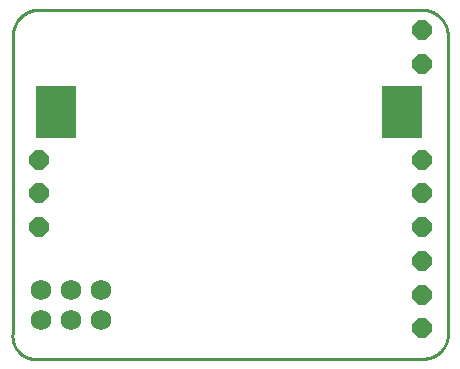
<source format=gbs>
G75*
%MOIN*%
%OFA0B0*%
%FSLAX25Y25*%
%IPPOS*%
%LPD*%
%AMOC8*
5,1,8,0,0,1.08239X$1,22.5*
%
%ADD10C,0.01000*%
%ADD11C,0.06800*%
%ADD12R,0.13392X0.17329*%
%ADD13OC8,0.06400*%
D10*
X0007860Y0046945D02*
X0139110Y0046945D01*
X0139110Y0046944D02*
X0139308Y0046963D01*
X0139504Y0046986D01*
X0139700Y0047014D01*
X0139896Y0047047D01*
X0140090Y0047085D01*
X0140284Y0047127D01*
X0140476Y0047174D01*
X0140667Y0047225D01*
X0140857Y0047281D01*
X0141046Y0047342D01*
X0141233Y0047407D01*
X0141418Y0047477D01*
X0141602Y0047551D01*
X0141784Y0047630D01*
X0141964Y0047713D01*
X0142142Y0047800D01*
X0142317Y0047891D01*
X0142491Y0047987D01*
X0142662Y0048087D01*
X0142830Y0048191D01*
X0142996Y0048299D01*
X0143160Y0048411D01*
X0143320Y0048527D01*
X0143478Y0048647D01*
X0143633Y0048771D01*
X0143784Y0048898D01*
X0143933Y0049029D01*
X0144079Y0049163D01*
X0144221Y0049301D01*
X0144359Y0049443D01*
X0144495Y0049587D01*
X0144627Y0049735D01*
X0144755Y0049886D01*
X0144879Y0050040D01*
X0145000Y0050198D01*
X0145117Y0050357D01*
X0145230Y0050520D01*
X0145339Y0050686D01*
X0145444Y0050853D01*
X0145545Y0051024D01*
X0145641Y0051197D01*
X0145734Y0051372D01*
X0145822Y0051549D01*
X0145906Y0051729D01*
X0145986Y0051910D01*
X0146061Y0052093D01*
X0146132Y0052278D01*
X0146198Y0052465D01*
X0146260Y0052653D01*
X0146317Y0052843D01*
X0146370Y0053034D01*
X0146418Y0053226D01*
X0146461Y0053419D01*
X0146500Y0053614D01*
X0146533Y0053809D01*
X0146563Y0054005D01*
X0146587Y0054201D01*
X0146607Y0054398D01*
X0146622Y0054596D01*
X0146632Y0054794D01*
X0146637Y0054992D01*
X0146638Y0055190D01*
X0146633Y0055388D01*
X0146624Y0055586D01*
X0146611Y0055783D01*
X0146610Y0055783D02*
X0146610Y0154533D01*
X0146607Y0154744D01*
X0146600Y0154956D01*
X0146587Y0155167D01*
X0146569Y0155377D01*
X0146546Y0155588D01*
X0146518Y0155797D01*
X0146485Y0156006D01*
X0146447Y0156214D01*
X0146404Y0156421D01*
X0146356Y0156627D01*
X0146303Y0156832D01*
X0146245Y0157035D01*
X0146182Y0157237D01*
X0146114Y0157437D01*
X0146041Y0157636D01*
X0145964Y0157833D01*
X0145882Y0158027D01*
X0145795Y0158220D01*
X0145704Y0158411D01*
X0145608Y0158599D01*
X0145507Y0158785D01*
X0145402Y0158969D01*
X0145293Y0159150D01*
X0145179Y0159328D01*
X0145061Y0159504D01*
X0144939Y0159676D01*
X0144813Y0159846D01*
X0144682Y0160012D01*
X0144548Y0160175D01*
X0144409Y0160335D01*
X0144267Y0160492D01*
X0144121Y0160645D01*
X0143972Y0160794D01*
X0143819Y0160940D01*
X0143662Y0161082D01*
X0143502Y0161221D01*
X0143339Y0161355D01*
X0143173Y0161486D01*
X0143003Y0161612D01*
X0142831Y0161734D01*
X0142655Y0161852D01*
X0142477Y0161966D01*
X0142296Y0162075D01*
X0142112Y0162180D01*
X0141926Y0162281D01*
X0141738Y0162377D01*
X0141547Y0162468D01*
X0141354Y0162555D01*
X0141160Y0162637D01*
X0140963Y0162714D01*
X0140764Y0162787D01*
X0140564Y0162855D01*
X0140362Y0162918D01*
X0140159Y0162976D01*
X0139954Y0163029D01*
X0139748Y0163077D01*
X0139541Y0163120D01*
X0139333Y0163158D01*
X0139124Y0163191D01*
X0138915Y0163219D01*
X0138704Y0163242D01*
X0138494Y0163260D01*
X0138283Y0163273D01*
X0138071Y0163280D01*
X0137860Y0163283D01*
X0010360Y0163283D01*
X0010149Y0163280D01*
X0009937Y0163273D01*
X0009726Y0163260D01*
X0009516Y0163242D01*
X0009305Y0163219D01*
X0009096Y0163191D01*
X0008887Y0163158D01*
X0008679Y0163120D01*
X0008472Y0163077D01*
X0008266Y0163029D01*
X0008061Y0162976D01*
X0007858Y0162918D01*
X0007656Y0162855D01*
X0007456Y0162787D01*
X0007257Y0162714D01*
X0007060Y0162637D01*
X0006866Y0162555D01*
X0006673Y0162468D01*
X0006482Y0162377D01*
X0006294Y0162281D01*
X0006108Y0162180D01*
X0005924Y0162075D01*
X0005743Y0161966D01*
X0005565Y0161852D01*
X0005389Y0161734D01*
X0005217Y0161612D01*
X0005047Y0161486D01*
X0004881Y0161355D01*
X0004718Y0161221D01*
X0004558Y0161082D01*
X0004401Y0160940D01*
X0004248Y0160794D01*
X0004099Y0160645D01*
X0003953Y0160492D01*
X0003811Y0160335D01*
X0003672Y0160175D01*
X0003538Y0160012D01*
X0003407Y0159846D01*
X0003281Y0159676D01*
X0003159Y0159504D01*
X0003041Y0159328D01*
X0002927Y0159150D01*
X0002818Y0158969D01*
X0002713Y0158785D01*
X0002612Y0158599D01*
X0002516Y0158411D01*
X0002425Y0158220D01*
X0002338Y0158027D01*
X0002256Y0157833D01*
X0002179Y0157636D01*
X0002106Y0157437D01*
X0002038Y0157237D01*
X0001975Y0157035D01*
X0001917Y0156832D01*
X0001864Y0156627D01*
X0001816Y0156421D01*
X0001773Y0156214D01*
X0001735Y0156006D01*
X0001702Y0155797D01*
X0001674Y0155588D01*
X0001651Y0155377D01*
X0001633Y0155167D01*
X0001620Y0154956D01*
X0001613Y0154744D01*
X0001610Y0154533D01*
X0001610Y0055783D01*
X0001581Y0055601D01*
X0001557Y0055417D01*
X0001536Y0055233D01*
X0001521Y0055049D01*
X0001509Y0054865D01*
X0001502Y0054680D01*
X0001500Y0054495D01*
X0001502Y0054310D01*
X0001509Y0054125D01*
X0001520Y0053940D01*
X0001535Y0053756D01*
X0001555Y0053572D01*
X0001580Y0053389D01*
X0001608Y0053206D01*
X0001642Y0053024D01*
X0001679Y0052843D01*
X0001721Y0052663D01*
X0001767Y0052483D01*
X0001818Y0052306D01*
X0001873Y0052129D01*
X0001932Y0051954D01*
X0001995Y0051780D01*
X0002063Y0051608D01*
X0002135Y0051437D01*
X0002210Y0051268D01*
X0002290Y0051101D01*
X0002374Y0050937D01*
X0002462Y0050774D01*
X0002554Y0050613D01*
X0002649Y0050455D01*
X0002749Y0050299D01*
X0002852Y0050145D01*
X0002959Y0049994D01*
X0003069Y0049846D01*
X0003183Y0049700D01*
X0003301Y0049557D01*
X0003421Y0049417D01*
X0003546Y0049280D01*
X0003673Y0049146D01*
X0003804Y0049015D01*
X0003938Y0048887D01*
X0004075Y0048763D01*
X0004214Y0048642D01*
X0004357Y0048524D01*
X0004503Y0048410D01*
X0004651Y0048299D01*
X0004802Y0048192D01*
X0004955Y0048089D01*
X0005111Y0047989D01*
X0005269Y0047894D01*
X0005430Y0047802D01*
X0005593Y0047713D01*
X0005757Y0047629D01*
X0005924Y0047549D01*
X0006093Y0047473D01*
X0006263Y0047401D01*
X0006435Y0047333D01*
X0006609Y0047270D01*
X0006784Y0047210D01*
X0006961Y0047155D01*
X0007138Y0047104D01*
X0007318Y0047058D01*
X0007498Y0047016D01*
X0007679Y0046978D01*
X0007861Y0046944D01*
D11*
X0010960Y0059883D03*
X0010960Y0069883D03*
X0020960Y0069883D03*
X0020960Y0059883D03*
X0030960Y0059883D03*
X0030960Y0069883D03*
D12*
X0015886Y0129183D03*
X0131241Y0129183D03*
D13*
X0137860Y0145025D03*
X0137860Y0156525D03*
X0137860Y0113283D03*
X0137860Y0102033D03*
X0137860Y0090783D03*
X0137860Y0079533D03*
X0137860Y0068283D03*
X0137860Y0057033D03*
X0010360Y0090783D03*
X0010360Y0102033D03*
X0010360Y0113283D03*
M02*

</source>
